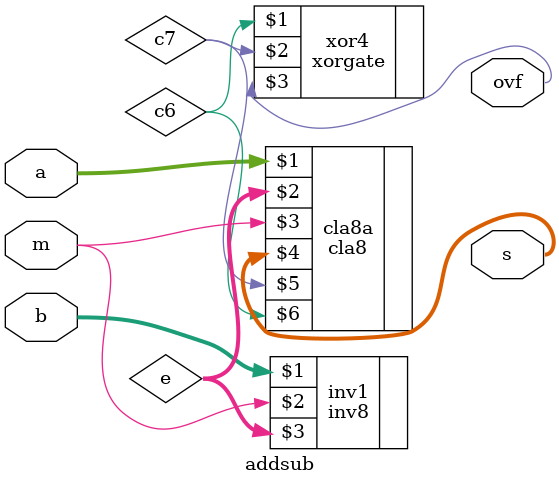
<source format=v>
`include "inv8.v"
`include "cla8.v"
`include "xorgate.v"

module addsub
(
   input [7:0] a, b,
   input m,
   output [7:0] s,
   output ovf
);

wire [7:0] e;
wire c7, c6;
inv8 inv1(b,m,e);

cla8 cla8a(a, e, m, s, c7, c6);
xorgate xor4(c6, c7, ovf);

endmodule

</source>
